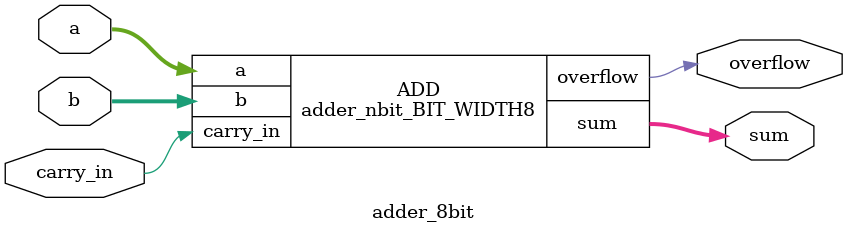
<source format=v>


module adder_1bit_7 ( a, b, carry_in, sum, carry_out );
  input a, b, carry_in;
  output sum, carry_out;
  wire   n1, n2;

  XOR2X1 U1 ( .A(carry_in), .B(n1), .Y(sum) );
  INVX1 U2 ( .A(n2), .Y(carry_out) );
  AOI22X1 U3 ( .A(b), .B(a), .C(n1), .D(carry_in), .Y(n2) );
  XOR2X1 U4 ( .A(a), .B(b), .Y(n1) );
endmodule


module adder_1bit_0 ( a, b, carry_in, sum, carry_out );
  input a, b, carry_in;
  output sum, carry_out;
  wire   n1, n2;

  XOR2X1 U1 ( .A(carry_in), .B(n1), .Y(sum) );
  INVX1 U2 ( .A(n2), .Y(carry_out) );
  AOI22X1 U3 ( .A(b), .B(a), .C(n1), .D(carry_in), .Y(n2) );
  XOR2X1 U4 ( .A(a), .B(b), .Y(n1) );
endmodule


module adder_1bit_1 ( a, b, carry_in, sum, carry_out );
  input a, b, carry_in;
  output sum, carry_out;
  wire   n1, n2;

  XOR2X1 U1 ( .A(carry_in), .B(n1), .Y(sum) );
  INVX1 U2 ( .A(n2), .Y(carry_out) );
  AOI22X1 U3 ( .A(b), .B(a), .C(n1), .D(carry_in), .Y(n2) );
  XOR2X1 U4 ( .A(a), .B(b), .Y(n1) );
endmodule


module adder_1bit_2 ( a, b, carry_in, sum, carry_out );
  input a, b, carry_in;
  output sum, carry_out;
  wire   n1, n2;

  XOR2X1 U1 ( .A(carry_in), .B(n1), .Y(sum) );
  INVX1 U2 ( .A(n2), .Y(carry_out) );
  AOI22X1 U3 ( .A(b), .B(a), .C(n1), .D(carry_in), .Y(n2) );
  XOR2X1 U4 ( .A(a), .B(b), .Y(n1) );
endmodule


module adder_1bit_3 ( a, b, carry_in, sum, carry_out );
  input a, b, carry_in;
  output sum, carry_out;
  wire   n1, n2;

  XOR2X1 U1 ( .A(carry_in), .B(n1), .Y(sum) );
  INVX1 U2 ( .A(n2), .Y(carry_out) );
  AOI22X1 U3 ( .A(b), .B(a), .C(n1), .D(carry_in), .Y(n2) );
  XOR2X1 U4 ( .A(a), .B(b), .Y(n1) );
endmodule


module adder_1bit_4 ( a, b, carry_in, sum, carry_out );
  input a, b, carry_in;
  output sum, carry_out;
  wire   n1, n2;

  XOR2X1 U1 ( .A(carry_in), .B(n1), .Y(sum) );
  INVX1 U2 ( .A(n2), .Y(carry_out) );
  AOI22X1 U3 ( .A(b), .B(a), .C(n1), .D(carry_in), .Y(n2) );
  XOR2X1 U4 ( .A(a), .B(b), .Y(n1) );
endmodule


module adder_1bit_5 ( a, b, carry_in, sum, carry_out );
  input a, b, carry_in;
  output sum, carry_out;
  wire   n1, n2;

  XOR2X1 U1 ( .A(carry_in), .B(n1), .Y(sum) );
  INVX1 U2 ( .A(n2), .Y(carry_out) );
  AOI22X1 U3 ( .A(b), .B(a), .C(n1), .D(carry_in), .Y(n2) );
  XOR2X1 U4 ( .A(a), .B(b), .Y(n1) );
endmodule


module adder_1bit_6 ( a, b, carry_in, sum, carry_out );
  input a, b, carry_in;
  output sum, carry_out;
  wire   n1, n2;

  XOR2X1 U1 ( .A(carry_in), .B(n1), .Y(sum) );
  INVX1 U2 ( .A(n2), .Y(carry_out) );
  AOI22X1 U3 ( .A(b), .B(a), .C(n1), .D(carry_in), .Y(n2) );
  XOR2X1 U4 ( .A(a), .B(b), .Y(n1) );
endmodule


module adder_nbit_BIT_WIDTH8 ( a, b, carry_in, sum, overflow );
  input [7:0] a;
  input [7:0] b;
  output [7:0] sum;
  input carry_in;
  output overflow;

  wire   [7:1] carrys;

  adder_1bit_7 \genblk1[0].ADDX  ( .a(a[0]), .b(b[0]), .carry_in(carry_in), 
        .sum(sum[0]), .carry_out(carrys[1]) );
  adder_1bit_6 \genblk1[1].ADDX  ( .a(a[1]), .b(b[1]), .carry_in(carrys[1]), 
        .sum(sum[1]), .carry_out(carrys[2]) );
  adder_1bit_5 \genblk1[2].ADDX  ( .a(a[2]), .b(b[2]), .carry_in(carrys[2]), 
        .sum(sum[2]), .carry_out(carrys[3]) );
  adder_1bit_4 \genblk1[3].ADDX  ( .a(a[3]), .b(b[3]), .carry_in(carrys[3]), 
        .sum(sum[3]), .carry_out(carrys[4]) );
  adder_1bit_3 \genblk1[4].ADDX  ( .a(a[4]), .b(b[4]), .carry_in(carrys[4]), 
        .sum(sum[4]), .carry_out(carrys[5]) );
  adder_1bit_2 \genblk1[5].ADDX  ( .a(a[5]), .b(b[5]), .carry_in(carrys[5]), 
        .sum(sum[5]), .carry_out(carrys[6]) );
  adder_1bit_1 \genblk1[6].ADDX  ( .a(a[6]), .b(b[6]), .carry_in(carrys[6]), 
        .sum(sum[6]), .carry_out(carrys[7]) );
  adder_1bit_0 \genblk1[7].ADDX  ( .a(a[7]), .b(b[7]), .carry_in(carrys[7]), 
        .sum(sum[7]), .carry_out(overflow) );
endmodule


module adder_8bit ( a, b, carry_in, sum, overflow );
  input [7:0] a;
  input [7:0] b;
  output [7:0] sum;
  input carry_in;
  output overflow;


  adder_nbit_BIT_WIDTH8 ADD ( .a(a), .b(b), .carry_in(carry_in), .sum(sum), 
        .overflow(overflow) );
endmodule


</source>
